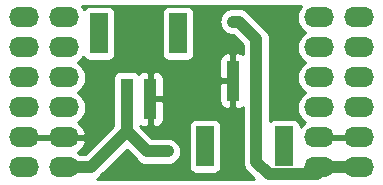
<source format=gbr>
G04 #@! TF.GenerationSoftware,KiCad,Pcbnew,5.1.4+dfsg1-1*
G04 #@! TF.CreationDate,2019-11-09T04:53:54-08:00*
G04 #@! TF.ProjectId,pmod-level-conv,706d6f64-2d6c-4657-9665-6c2d636f6e76,rev?*
G04 #@! TF.SameCoordinates,PX5095e20PY5204180*
G04 #@! TF.FileFunction,Copper,L2,Bot*
G04 #@! TF.FilePolarity,Positive*
%FSLAX46Y46*%
G04 Gerber Fmt 4.6, Leading zero omitted, Abs format (unit mm)*
G04 Created by KiCad (PCBNEW 5.1.4+dfsg1-1) date 2019-11-09 04:53:54*
%MOMM*%
%LPD*%
G04 APERTURE LIST*
%ADD10R,1.500000X3.400000*%
%ADD11R,1.000000X3.500000*%
%ADD12O,2.540000X1.700000*%
%ADD13C,0.800000*%
%ADD14C,1.000000*%
%ADD15C,0.254000*%
G04 APERTURE END LIST*
D10*
X23850000Y3450000D03*
X17150000Y3450000D03*
D11*
X21500000Y9000000D03*
X19500000Y9000000D03*
D10*
X8150000Y13000000D03*
X14850000Y13000000D03*
D11*
X10500000Y7450000D03*
X12500000Y7450000D03*
D12*
X30170000Y1650000D03*
X26830000Y1650000D03*
X30170000Y4190000D03*
X26830000Y4190000D03*
X30170000Y6730000D03*
X26830000Y6730000D03*
X30170000Y9270000D03*
X26830000Y9270000D03*
X30170000Y11810000D03*
X26830000Y11810000D03*
X30170000Y14350000D03*
X26830000Y14350000D03*
X5170000Y1650000D03*
X1830000Y1650000D03*
X5170000Y4190000D03*
X1830000Y4190000D03*
X5170000Y6730000D03*
X1830000Y6730000D03*
X5170000Y9270000D03*
X1830000Y9270000D03*
X5170000Y11810000D03*
X1830000Y11810000D03*
X5170000Y14350000D03*
X1830000Y14350000D03*
D13*
X20000000Y4000000D03*
X20000000Y2750000D03*
X14000000Y3000000D03*
X19500000Y14000000D03*
D14*
X10500000Y4700000D02*
X12200000Y3000000D01*
X10500000Y7450000D02*
X10500000Y4700000D01*
X12200000Y3000000D02*
X14000000Y3000000D01*
X7450000Y1650000D02*
X4770000Y1650000D01*
X10500000Y4700000D02*
X7450000Y1650000D01*
X29770000Y1650000D02*
X27230000Y1650000D01*
X21500000Y2089998D02*
X21500000Y6250000D01*
X26629999Y1049999D02*
X22539999Y1049999D01*
X21500000Y6250000D02*
X21500000Y9000000D01*
X22539999Y1049999D02*
X21500000Y2089998D01*
X27230000Y1650000D02*
X26629999Y1049999D01*
X21500000Y9000000D02*
X21500000Y12500000D01*
X21500000Y12500000D02*
X20000000Y14000000D01*
X20000000Y14000000D02*
X19500000Y14000000D01*
D15*
G36*
X25169294Y15179014D02*
G01*
X25031401Y14921034D01*
X24946487Y14641111D01*
X24917815Y14350000D01*
X24946487Y14058889D01*
X25031401Y13778966D01*
X25169294Y13520986D01*
X25354866Y13294866D01*
X25580986Y13109294D01*
X25635791Y13080000D01*
X25580986Y13050706D01*
X25354866Y12865134D01*
X25169294Y12639014D01*
X25031401Y12381034D01*
X24946487Y12101111D01*
X24917815Y11810000D01*
X24946487Y11518889D01*
X25031401Y11238966D01*
X25169294Y10980986D01*
X25354866Y10754866D01*
X25580986Y10569294D01*
X25635791Y10540000D01*
X25580986Y10510706D01*
X25354866Y10325134D01*
X25169294Y10099014D01*
X25031401Y9841034D01*
X24946487Y9561111D01*
X24917815Y9270000D01*
X24946487Y8978889D01*
X25031401Y8698966D01*
X25169294Y8440986D01*
X25354866Y8214866D01*
X25580986Y8029294D01*
X25635791Y8000000D01*
X25580986Y7970706D01*
X25354866Y7785134D01*
X25169294Y7559014D01*
X25031401Y7301034D01*
X24946487Y7021111D01*
X24917815Y6730000D01*
X24946487Y6438889D01*
X25031401Y6158966D01*
X25169294Y5900986D01*
X25354866Y5674866D01*
X25580986Y5489294D01*
X25639337Y5458105D01*
X25479381Y5354176D01*
X25270143Y5150252D01*
X25238072Y5103566D01*
X25238072Y5150000D01*
X25225812Y5274482D01*
X25189502Y5394180D01*
X25130537Y5504494D01*
X25051185Y5601185D01*
X24954494Y5680537D01*
X24844180Y5739502D01*
X24724482Y5775812D01*
X24600000Y5788072D01*
X23100000Y5788072D01*
X22975518Y5775812D01*
X22855820Y5739502D01*
X22745506Y5680537D01*
X22648815Y5601185D01*
X22635000Y5584351D01*
X22635000Y7218808D01*
X22638072Y7250000D01*
X22638072Y10750000D01*
X22635000Y10781192D01*
X22635000Y12444259D01*
X22640490Y12500001D01*
X22635000Y12555743D01*
X22635000Y12555752D01*
X22618577Y12722499D01*
X22553676Y12936447D01*
X22448284Y13133623D01*
X22306449Y13306449D01*
X22263140Y13341992D01*
X20841996Y14763135D01*
X20806449Y14806449D01*
X20633623Y14948284D01*
X20436447Y15053676D01*
X20222499Y15118577D01*
X20055752Y15135000D01*
X20055751Y15135000D01*
X20000000Y15140491D01*
X19944249Y15135000D01*
X19444248Y15135000D01*
X19277501Y15118577D01*
X19063553Y15053676D01*
X18866377Y14948284D01*
X18693551Y14806449D01*
X18551716Y14633623D01*
X18446324Y14436447D01*
X18381423Y14222499D01*
X18359509Y14000000D01*
X18381423Y13777501D01*
X18446324Y13563553D01*
X18551716Y13366377D01*
X18693551Y13193551D01*
X18866377Y13051716D01*
X19063553Y12946324D01*
X19277501Y12881423D01*
X19444248Y12865000D01*
X19529869Y12865000D01*
X20365001Y12029867D01*
X20365001Y11271914D01*
X20354494Y11280537D01*
X20244180Y11339502D01*
X20124482Y11375812D01*
X20000000Y11388072D01*
X19785750Y11385000D01*
X19627000Y11226250D01*
X19627000Y9127000D01*
X19647000Y9127000D01*
X19647000Y8873000D01*
X19627000Y8873000D01*
X19627000Y6773750D01*
X19785750Y6615000D01*
X20000000Y6611928D01*
X20124482Y6624188D01*
X20244180Y6660498D01*
X20354494Y6719463D01*
X20365000Y6728085D01*
X20365000Y6194249D01*
X20365001Y6194239D01*
X20365000Y2145750D01*
X20359509Y2089998D01*
X20365000Y2034247D01*
X20381423Y1867500D01*
X20446324Y1653552D01*
X20551716Y1456375D01*
X20693551Y1283549D01*
X20736864Y1248003D01*
X21324866Y660000D01*
X8005577Y660000D01*
X8083623Y701716D01*
X8256449Y843551D01*
X8291996Y886865D01*
X10500000Y3094868D01*
X11358009Y2236860D01*
X11393551Y2193551D01*
X11566377Y2051716D01*
X11763553Y1946324D01*
X11977501Y1881423D01*
X12199999Y1859509D01*
X12255751Y1865000D01*
X14055752Y1865000D01*
X14222499Y1881423D01*
X14436447Y1946324D01*
X14633623Y2051716D01*
X14806449Y2193551D01*
X14948284Y2366377D01*
X15053676Y2563553D01*
X15118577Y2777501D01*
X15140491Y3000000D01*
X15118577Y3222499D01*
X15053676Y3436447D01*
X14948284Y3633623D01*
X14806449Y3806449D01*
X14633623Y3948284D01*
X14436447Y4053676D01*
X14222499Y4118577D01*
X14055752Y4135000D01*
X12670132Y4135000D01*
X11635000Y5170131D01*
X11635000Y5178085D01*
X11645506Y5169463D01*
X11755820Y5110498D01*
X11875518Y5074188D01*
X12000000Y5061928D01*
X12214250Y5065000D01*
X12373000Y5223750D01*
X12373000Y7323000D01*
X12627000Y7323000D01*
X12627000Y5223750D01*
X12785750Y5065000D01*
X13000000Y5061928D01*
X13124482Y5074188D01*
X13244180Y5110498D01*
X13318081Y5150000D01*
X15761928Y5150000D01*
X15761928Y1750000D01*
X15774188Y1625518D01*
X15810498Y1505820D01*
X15869463Y1395506D01*
X15948815Y1298815D01*
X16045506Y1219463D01*
X16155820Y1160498D01*
X16275518Y1124188D01*
X16400000Y1111928D01*
X17900000Y1111928D01*
X18024482Y1124188D01*
X18144180Y1160498D01*
X18254494Y1219463D01*
X18351185Y1298815D01*
X18430537Y1395506D01*
X18489502Y1505820D01*
X18525812Y1625518D01*
X18538072Y1750000D01*
X18538072Y5150000D01*
X18525812Y5274482D01*
X18489502Y5394180D01*
X18430537Y5504494D01*
X18351185Y5601185D01*
X18254494Y5680537D01*
X18144180Y5739502D01*
X18024482Y5775812D01*
X17900000Y5788072D01*
X16400000Y5788072D01*
X16275518Y5775812D01*
X16155820Y5739502D01*
X16045506Y5680537D01*
X15948815Y5601185D01*
X15869463Y5504494D01*
X15810498Y5394180D01*
X15774188Y5274482D01*
X15761928Y5150000D01*
X13318081Y5150000D01*
X13354494Y5169463D01*
X13451185Y5248815D01*
X13530537Y5345506D01*
X13589502Y5455820D01*
X13625812Y5575518D01*
X13638072Y5700000D01*
X13635000Y7164250D01*
X13549250Y7250000D01*
X18361928Y7250000D01*
X18374188Y7125518D01*
X18410498Y7005820D01*
X18469463Y6895506D01*
X18548815Y6798815D01*
X18645506Y6719463D01*
X18755820Y6660498D01*
X18875518Y6624188D01*
X19000000Y6611928D01*
X19214250Y6615000D01*
X19373000Y6773750D01*
X19373000Y8873000D01*
X18523750Y8873000D01*
X18365000Y8714250D01*
X18361928Y7250000D01*
X13549250Y7250000D01*
X13476250Y7323000D01*
X12627000Y7323000D01*
X12373000Y7323000D01*
X12353000Y7323000D01*
X12353000Y7577000D01*
X12373000Y7577000D01*
X12373000Y9676250D01*
X12627000Y9676250D01*
X12627000Y7577000D01*
X13476250Y7577000D01*
X13635000Y7735750D01*
X13638072Y9200000D01*
X13625812Y9324482D01*
X13589502Y9444180D01*
X13530537Y9554494D01*
X13451185Y9651185D01*
X13354494Y9730537D01*
X13244180Y9789502D01*
X13124482Y9825812D01*
X13000000Y9838072D01*
X12785750Y9835000D01*
X12627000Y9676250D01*
X12373000Y9676250D01*
X12214250Y9835000D01*
X12000000Y9838072D01*
X11875518Y9825812D01*
X11755820Y9789502D01*
X11645506Y9730537D01*
X11548815Y9651185D01*
X11500000Y9591704D01*
X11451185Y9651185D01*
X11354494Y9730537D01*
X11244180Y9789502D01*
X11124482Y9825812D01*
X11000000Y9838072D01*
X10000000Y9838072D01*
X9875518Y9825812D01*
X9755820Y9789502D01*
X9645506Y9730537D01*
X9548815Y9651185D01*
X9469463Y9554494D01*
X9410498Y9444180D01*
X9374188Y9324482D01*
X9361928Y9200000D01*
X9361928Y5700000D01*
X9365001Y5668802D01*
X9365001Y5170133D01*
X6979869Y2785000D01*
X6547817Y2785000D01*
X6419014Y2890706D01*
X6360663Y2921895D01*
X6520619Y3025824D01*
X6729857Y3229748D01*
X6895291Y3470574D01*
X7010563Y3739047D01*
X7031476Y3833110D01*
X6910155Y4063000D01*
X5297000Y4063000D01*
X5297000Y4043000D01*
X5043000Y4043000D01*
X5043000Y4063000D01*
X1957000Y4063000D01*
X1957000Y4043000D01*
X1703000Y4043000D01*
X1703000Y4063000D01*
X1683000Y4063000D01*
X1683000Y4317000D01*
X1703000Y4317000D01*
X1703000Y4337000D01*
X1957000Y4337000D01*
X1957000Y4317000D01*
X5043000Y4317000D01*
X5043000Y4337000D01*
X5297000Y4337000D01*
X5297000Y4317000D01*
X6910155Y4317000D01*
X7031476Y4546890D01*
X7010563Y4640953D01*
X6895291Y4909426D01*
X6729857Y5150252D01*
X6520619Y5354176D01*
X6360663Y5458105D01*
X6419014Y5489294D01*
X6645134Y5674866D01*
X6830706Y5900986D01*
X6968599Y6158966D01*
X7053513Y6438889D01*
X7082185Y6730000D01*
X7053513Y7021111D01*
X6968599Y7301034D01*
X6830706Y7559014D01*
X6645134Y7785134D01*
X6419014Y7970706D01*
X6364209Y8000000D01*
X6419014Y8029294D01*
X6645134Y8214866D01*
X6830706Y8440986D01*
X6968599Y8698966D01*
X7053513Y8978889D01*
X7082185Y9270000D01*
X7053513Y9561111D01*
X6968599Y9841034D01*
X6830706Y10099014D01*
X6645134Y10325134D01*
X6419014Y10510706D01*
X6364209Y10540000D01*
X6419014Y10569294D01*
X6645134Y10754866D01*
X6830706Y10980986D01*
X6840602Y10999500D01*
X6869463Y10945506D01*
X6948815Y10848815D01*
X7045506Y10769463D01*
X7155820Y10710498D01*
X7275518Y10674188D01*
X7400000Y10661928D01*
X8900000Y10661928D01*
X9024482Y10674188D01*
X9144180Y10710498D01*
X9254494Y10769463D01*
X9351185Y10848815D01*
X9430537Y10945506D01*
X9489502Y11055820D01*
X9525812Y11175518D01*
X9538072Y11300000D01*
X9538072Y14700000D01*
X13461928Y14700000D01*
X13461928Y11300000D01*
X13474188Y11175518D01*
X13510498Y11055820D01*
X13569463Y10945506D01*
X13648815Y10848815D01*
X13745506Y10769463D01*
X13855820Y10710498D01*
X13975518Y10674188D01*
X14100000Y10661928D01*
X15600000Y10661928D01*
X15724482Y10674188D01*
X15844180Y10710498D01*
X15918081Y10750000D01*
X18361928Y10750000D01*
X18365000Y9285750D01*
X18523750Y9127000D01*
X19373000Y9127000D01*
X19373000Y11226250D01*
X19214250Y11385000D01*
X19000000Y11388072D01*
X18875518Y11375812D01*
X18755820Y11339502D01*
X18645506Y11280537D01*
X18548815Y11201185D01*
X18469463Y11104494D01*
X18410498Y10994180D01*
X18374188Y10874482D01*
X18361928Y10750000D01*
X15918081Y10750000D01*
X15954494Y10769463D01*
X16051185Y10848815D01*
X16130537Y10945506D01*
X16189502Y11055820D01*
X16225812Y11175518D01*
X16238072Y11300000D01*
X16238072Y14700000D01*
X16225812Y14824482D01*
X16189502Y14944180D01*
X16130537Y15054494D01*
X16051185Y15151185D01*
X15954494Y15230537D01*
X15844180Y15289502D01*
X15724482Y15325812D01*
X15600000Y15338072D01*
X14100000Y15338072D01*
X13975518Y15325812D01*
X13855820Y15289502D01*
X13745506Y15230537D01*
X13648815Y15151185D01*
X13569463Y15054494D01*
X13510498Y14944180D01*
X13474188Y14824482D01*
X13461928Y14700000D01*
X9538072Y14700000D01*
X9525812Y14824482D01*
X9489502Y14944180D01*
X9430537Y15054494D01*
X9351185Y15151185D01*
X9254494Y15230537D01*
X9144180Y15289502D01*
X9024482Y15325812D01*
X8900000Y15338072D01*
X7400000Y15338072D01*
X7275518Y15325812D01*
X7155820Y15289502D01*
X7045506Y15230537D01*
X6948815Y15151185D01*
X6886298Y15075008D01*
X6830706Y15179014D01*
X6698588Y15340000D01*
X25301412Y15340000D01*
X25169294Y15179014D01*
X25169294Y15179014D01*
G37*
X25169294Y15179014D02*
X25031401Y14921034D01*
X24946487Y14641111D01*
X24917815Y14350000D01*
X24946487Y14058889D01*
X25031401Y13778966D01*
X25169294Y13520986D01*
X25354866Y13294866D01*
X25580986Y13109294D01*
X25635791Y13080000D01*
X25580986Y13050706D01*
X25354866Y12865134D01*
X25169294Y12639014D01*
X25031401Y12381034D01*
X24946487Y12101111D01*
X24917815Y11810000D01*
X24946487Y11518889D01*
X25031401Y11238966D01*
X25169294Y10980986D01*
X25354866Y10754866D01*
X25580986Y10569294D01*
X25635791Y10540000D01*
X25580986Y10510706D01*
X25354866Y10325134D01*
X25169294Y10099014D01*
X25031401Y9841034D01*
X24946487Y9561111D01*
X24917815Y9270000D01*
X24946487Y8978889D01*
X25031401Y8698966D01*
X25169294Y8440986D01*
X25354866Y8214866D01*
X25580986Y8029294D01*
X25635791Y8000000D01*
X25580986Y7970706D01*
X25354866Y7785134D01*
X25169294Y7559014D01*
X25031401Y7301034D01*
X24946487Y7021111D01*
X24917815Y6730000D01*
X24946487Y6438889D01*
X25031401Y6158966D01*
X25169294Y5900986D01*
X25354866Y5674866D01*
X25580986Y5489294D01*
X25639337Y5458105D01*
X25479381Y5354176D01*
X25270143Y5150252D01*
X25238072Y5103566D01*
X25238072Y5150000D01*
X25225812Y5274482D01*
X25189502Y5394180D01*
X25130537Y5504494D01*
X25051185Y5601185D01*
X24954494Y5680537D01*
X24844180Y5739502D01*
X24724482Y5775812D01*
X24600000Y5788072D01*
X23100000Y5788072D01*
X22975518Y5775812D01*
X22855820Y5739502D01*
X22745506Y5680537D01*
X22648815Y5601185D01*
X22635000Y5584351D01*
X22635000Y7218808D01*
X22638072Y7250000D01*
X22638072Y10750000D01*
X22635000Y10781192D01*
X22635000Y12444259D01*
X22640490Y12500001D01*
X22635000Y12555743D01*
X22635000Y12555752D01*
X22618577Y12722499D01*
X22553676Y12936447D01*
X22448284Y13133623D01*
X22306449Y13306449D01*
X22263140Y13341992D01*
X20841996Y14763135D01*
X20806449Y14806449D01*
X20633623Y14948284D01*
X20436447Y15053676D01*
X20222499Y15118577D01*
X20055752Y15135000D01*
X20055751Y15135000D01*
X20000000Y15140491D01*
X19944249Y15135000D01*
X19444248Y15135000D01*
X19277501Y15118577D01*
X19063553Y15053676D01*
X18866377Y14948284D01*
X18693551Y14806449D01*
X18551716Y14633623D01*
X18446324Y14436447D01*
X18381423Y14222499D01*
X18359509Y14000000D01*
X18381423Y13777501D01*
X18446324Y13563553D01*
X18551716Y13366377D01*
X18693551Y13193551D01*
X18866377Y13051716D01*
X19063553Y12946324D01*
X19277501Y12881423D01*
X19444248Y12865000D01*
X19529869Y12865000D01*
X20365001Y12029867D01*
X20365001Y11271914D01*
X20354494Y11280537D01*
X20244180Y11339502D01*
X20124482Y11375812D01*
X20000000Y11388072D01*
X19785750Y11385000D01*
X19627000Y11226250D01*
X19627000Y9127000D01*
X19647000Y9127000D01*
X19647000Y8873000D01*
X19627000Y8873000D01*
X19627000Y6773750D01*
X19785750Y6615000D01*
X20000000Y6611928D01*
X20124482Y6624188D01*
X20244180Y6660498D01*
X20354494Y6719463D01*
X20365000Y6728085D01*
X20365000Y6194249D01*
X20365001Y6194239D01*
X20365000Y2145750D01*
X20359509Y2089998D01*
X20365000Y2034247D01*
X20381423Y1867500D01*
X20446324Y1653552D01*
X20551716Y1456375D01*
X20693551Y1283549D01*
X20736864Y1248003D01*
X21324866Y660000D01*
X8005577Y660000D01*
X8083623Y701716D01*
X8256449Y843551D01*
X8291996Y886865D01*
X10500000Y3094868D01*
X11358009Y2236860D01*
X11393551Y2193551D01*
X11566377Y2051716D01*
X11763553Y1946324D01*
X11977501Y1881423D01*
X12199999Y1859509D01*
X12255751Y1865000D01*
X14055752Y1865000D01*
X14222499Y1881423D01*
X14436447Y1946324D01*
X14633623Y2051716D01*
X14806449Y2193551D01*
X14948284Y2366377D01*
X15053676Y2563553D01*
X15118577Y2777501D01*
X15140491Y3000000D01*
X15118577Y3222499D01*
X15053676Y3436447D01*
X14948284Y3633623D01*
X14806449Y3806449D01*
X14633623Y3948284D01*
X14436447Y4053676D01*
X14222499Y4118577D01*
X14055752Y4135000D01*
X12670132Y4135000D01*
X11635000Y5170131D01*
X11635000Y5178085D01*
X11645506Y5169463D01*
X11755820Y5110498D01*
X11875518Y5074188D01*
X12000000Y5061928D01*
X12214250Y5065000D01*
X12373000Y5223750D01*
X12373000Y7323000D01*
X12627000Y7323000D01*
X12627000Y5223750D01*
X12785750Y5065000D01*
X13000000Y5061928D01*
X13124482Y5074188D01*
X13244180Y5110498D01*
X13318081Y5150000D01*
X15761928Y5150000D01*
X15761928Y1750000D01*
X15774188Y1625518D01*
X15810498Y1505820D01*
X15869463Y1395506D01*
X15948815Y1298815D01*
X16045506Y1219463D01*
X16155820Y1160498D01*
X16275518Y1124188D01*
X16400000Y1111928D01*
X17900000Y1111928D01*
X18024482Y1124188D01*
X18144180Y1160498D01*
X18254494Y1219463D01*
X18351185Y1298815D01*
X18430537Y1395506D01*
X18489502Y1505820D01*
X18525812Y1625518D01*
X18538072Y1750000D01*
X18538072Y5150000D01*
X18525812Y5274482D01*
X18489502Y5394180D01*
X18430537Y5504494D01*
X18351185Y5601185D01*
X18254494Y5680537D01*
X18144180Y5739502D01*
X18024482Y5775812D01*
X17900000Y5788072D01*
X16400000Y5788072D01*
X16275518Y5775812D01*
X16155820Y5739502D01*
X16045506Y5680537D01*
X15948815Y5601185D01*
X15869463Y5504494D01*
X15810498Y5394180D01*
X15774188Y5274482D01*
X15761928Y5150000D01*
X13318081Y5150000D01*
X13354494Y5169463D01*
X13451185Y5248815D01*
X13530537Y5345506D01*
X13589502Y5455820D01*
X13625812Y5575518D01*
X13638072Y5700000D01*
X13635000Y7164250D01*
X13549250Y7250000D01*
X18361928Y7250000D01*
X18374188Y7125518D01*
X18410498Y7005820D01*
X18469463Y6895506D01*
X18548815Y6798815D01*
X18645506Y6719463D01*
X18755820Y6660498D01*
X18875518Y6624188D01*
X19000000Y6611928D01*
X19214250Y6615000D01*
X19373000Y6773750D01*
X19373000Y8873000D01*
X18523750Y8873000D01*
X18365000Y8714250D01*
X18361928Y7250000D01*
X13549250Y7250000D01*
X13476250Y7323000D01*
X12627000Y7323000D01*
X12373000Y7323000D01*
X12353000Y7323000D01*
X12353000Y7577000D01*
X12373000Y7577000D01*
X12373000Y9676250D01*
X12627000Y9676250D01*
X12627000Y7577000D01*
X13476250Y7577000D01*
X13635000Y7735750D01*
X13638072Y9200000D01*
X13625812Y9324482D01*
X13589502Y9444180D01*
X13530537Y9554494D01*
X13451185Y9651185D01*
X13354494Y9730537D01*
X13244180Y9789502D01*
X13124482Y9825812D01*
X13000000Y9838072D01*
X12785750Y9835000D01*
X12627000Y9676250D01*
X12373000Y9676250D01*
X12214250Y9835000D01*
X12000000Y9838072D01*
X11875518Y9825812D01*
X11755820Y9789502D01*
X11645506Y9730537D01*
X11548815Y9651185D01*
X11500000Y9591704D01*
X11451185Y9651185D01*
X11354494Y9730537D01*
X11244180Y9789502D01*
X11124482Y9825812D01*
X11000000Y9838072D01*
X10000000Y9838072D01*
X9875518Y9825812D01*
X9755820Y9789502D01*
X9645506Y9730537D01*
X9548815Y9651185D01*
X9469463Y9554494D01*
X9410498Y9444180D01*
X9374188Y9324482D01*
X9361928Y9200000D01*
X9361928Y5700000D01*
X9365001Y5668802D01*
X9365001Y5170133D01*
X6979869Y2785000D01*
X6547817Y2785000D01*
X6419014Y2890706D01*
X6360663Y2921895D01*
X6520619Y3025824D01*
X6729857Y3229748D01*
X6895291Y3470574D01*
X7010563Y3739047D01*
X7031476Y3833110D01*
X6910155Y4063000D01*
X5297000Y4063000D01*
X5297000Y4043000D01*
X5043000Y4043000D01*
X5043000Y4063000D01*
X1957000Y4063000D01*
X1957000Y4043000D01*
X1703000Y4043000D01*
X1703000Y4063000D01*
X1683000Y4063000D01*
X1683000Y4317000D01*
X1703000Y4317000D01*
X1703000Y4337000D01*
X1957000Y4337000D01*
X1957000Y4317000D01*
X5043000Y4317000D01*
X5043000Y4337000D01*
X5297000Y4337000D01*
X5297000Y4317000D01*
X6910155Y4317000D01*
X7031476Y4546890D01*
X7010563Y4640953D01*
X6895291Y4909426D01*
X6729857Y5150252D01*
X6520619Y5354176D01*
X6360663Y5458105D01*
X6419014Y5489294D01*
X6645134Y5674866D01*
X6830706Y5900986D01*
X6968599Y6158966D01*
X7053513Y6438889D01*
X7082185Y6730000D01*
X7053513Y7021111D01*
X6968599Y7301034D01*
X6830706Y7559014D01*
X6645134Y7785134D01*
X6419014Y7970706D01*
X6364209Y8000000D01*
X6419014Y8029294D01*
X6645134Y8214866D01*
X6830706Y8440986D01*
X6968599Y8698966D01*
X7053513Y8978889D01*
X7082185Y9270000D01*
X7053513Y9561111D01*
X6968599Y9841034D01*
X6830706Y10099014D01*
X6645134Y10325134D01*
X6419014Y10510706D01*
X6364209Y10540000D01*
X6419014Y10569294D01*
X6645134Y10754866D01*
X6830706Y10980986D01*
X6840602Y10999500D01*
X6869463Y10945506D01*
X6948815Y10848815D01*
X7045506Y10769463D01*
X7155820Y10710498D01*
X7275518Y10674188D01*
X7400000Y10661928D01*
X8900000Y10661928D01*
X9024482Y10674188D01*
X9144180Y10710498D01*
X9254494Y10769463D01*
X9351185Y10848815D01*
X9430537Y10945506D01*
X9489502Y11055820D01*
X9525812Y11175518D01*
X9538072Y11300000D01*
X9538072Y14700000D01*
X13461928Y14700000D01*
X13461928Y11300000D01*
X13474188Y11175518D01*
X13510498Y11055820D01*
X13569463Y10945506D01*
X13648815Y10848815D01*
X13745506Y10769463D01*
X13855820Y10710498D01*
X13975518Y10674188D01*
X14100000Y10661928D01*
X15600000Y10661928D01*
X15724482Y10674188D01*
X15844180Y10710498D01*
X15918081Y10750000D01*
X18361928Y10750000D01*
X18365000Y9285750D01*
X18523750Y9127000D01*
X19373000Y9127000D01*
X19373000Y11226250D01*
X19214250Y11385000D01*
X19000000Y11388072D01*
X18875518Y11375812D01*
X18755820Y11339502D01*
X18645506Y11280537D01*
X18548815Y11201185D01*
X18469463Y11104494D01*
X18410498Y10994180D01*
X18374188Y10874482D01*
X18361928Y10750000D01*
X15918081Y10750000D01*
X15954494Y10769463D01*
X16051185Y10848815D01*
X16130537Y10945506D01*
X16189502Y11055820D01*
X16225812Y11175518D01*
X16238072Y11300000D01*
X16238072Y14700000D01*
X16225812Y14824482D01*
X16189502Y14944180D01*
X16130537Y15054494D01*
X16051185Y15151185D01*
X15954494Y15230537D01*
X15844180Y15289502D01*
X15724482Y15325812D01*
X15600000Y15338072D01*
X14100000Y15338072D01*
X13975518Y15325812D01*
X13855820Y15289502D01*
X13745506Y15230537D01*
X13648815Y15151185D01*
X13569463Y15054494D01*
X13510498Y14944180D01*
X13474188Y14824482D01*
X13461928Y14700000D01*
X9538072Y14700000D01*
X9525812Y14824482D01*
X9489502Y14944180D01*
X9430537Y15054494D01*
X9351185Y15151185D01*
X9254494Y15230537D01*
X9144180Y15289502D01*
X9024482Y15325812D01*
X8900000Y15338072D01*
X7400000Y15338072D01*
X7275518Y15325812D01*
X7155820Y15289502D01*
X7045506Y15230537D01*
X6948815Y15151185D01*
X6886298Y15075008D01*
X6830706Y15179014D01*
X6698588Y15340000D01*
X25301412Y15340000D01*
X25169294Y15179014D01*
G36*
X26957000Y4317000D02*
G01*
X30043000Y4317000D01*
X30043000Y4337000D01*
X30297000Y4337000D01*
X30297000Y4317000D01*
X30317000Y4317000D01*
X30317000Y4063000D01*
X30297000Y4063000D01*
X30297000Y4043000D01*
X30043000Y4043000D01*
X30043000Y4063000D01*
X26957000Y4063000D01*
X26957000Y4043000D01*
X26703000Y4043000D01*
X26703000Y4063000D01*
X26683000Y4063000D01*
X26683000Y4317000D01*
X26703000Y4317000D01*
X26703000Y4337000D01*
X26957000Y4337000D01*
X26957000Y4317000D01*
X26957000Y4317000D01*
G37*
X26957000Y4317000D02*
X30043000Y4317000D01*
X30043000Y4337000D01*
X30297000Y4337000D01*
X30297000Y4317000D01*
X30317000Y4317000D01*
X30317000Y4063000D01*
X30297000Y4063000D01*
X30297000Y4043000D01*
X30043000Y4043000D01*
X30043000Y4063000D01*
X26957000Y4063000D01*
X26957000Y4043000D01*
X26703000Y4043000D01*
X26703000Y4063000D01*
X26683000Y4063000D01*
X26683000Y4317000D01*
X26703000Y4317000D01*
X26703000Y4337000D01*
X26957000Y4337000D01*
X26957000Y4317000D01*
M02*

</source>
